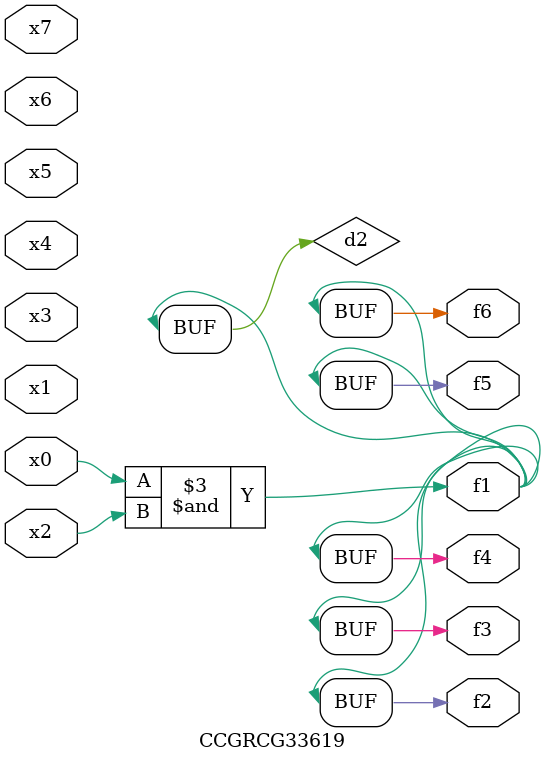
<source format=v>
module CCGRCG33619(
	input x0, x1, x2, x3, x4, x5, x6, x7,
	output f1, f2, f3, f4, f5, f6
);

	wire d1, d2;

	nor (d1, x3, x6);
	and (d2, x0, x2);
	assign f1 = d2;
	assign f2 = d2;
	assign f3 = d2;
	assign f4 = d2;
	assign f5 = d2;
	assign f6 = d2;
endmodule

</source>
